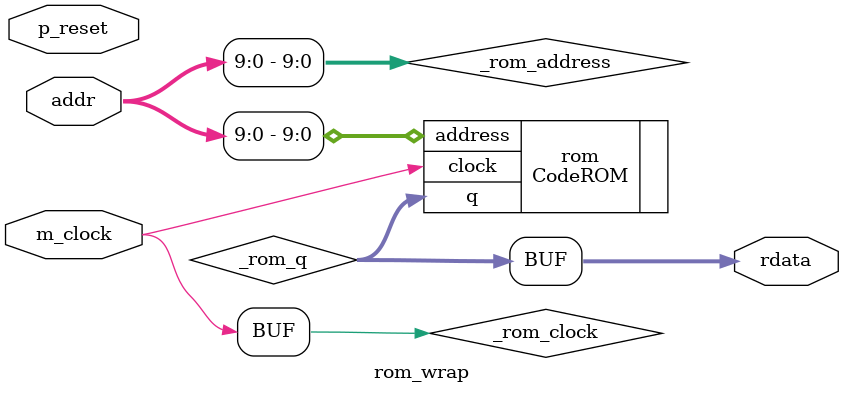
<source format=v>
/*
 Produced by NSL Core(version=20151214), IP ARCH, Inc. Thu Feb 22 15:20:57 2018
 Licensed to :EVALUATION USER
*/
/*
 DO NOT USE ANY PART OF THIS FILE FOR COMMERCIAL PRODUCTS. 
*/

module rom_wrap ( p_reset , m_clock , addr , rdata );
  input p_reset, m_clock;
  wire p_reset, m_clock;
  input [31:0] addr;
  wire [31:0] addr;
  output [31:0] rdata;
  wire [31:0] rdata;
  wire _rom_clock;
  wire [9:0] _rom_address;
  wire [31:0] _rom_q;
CodeROM rom (.q(_rom_q), .clock(_rom_clock), .address(_rom_address));

   assign  _rom_clock = m_clock;
   assign  _rom_address = (addr[9:0]);
   assign  rdata = _rom_q;
endmodule
/*
 Produced by NSL Core(version=20151214), IP ARCH, Inc. Thu Feb 22 15:20:57 2018
 Licensed to :EVALUATION USER
*/

</source>
